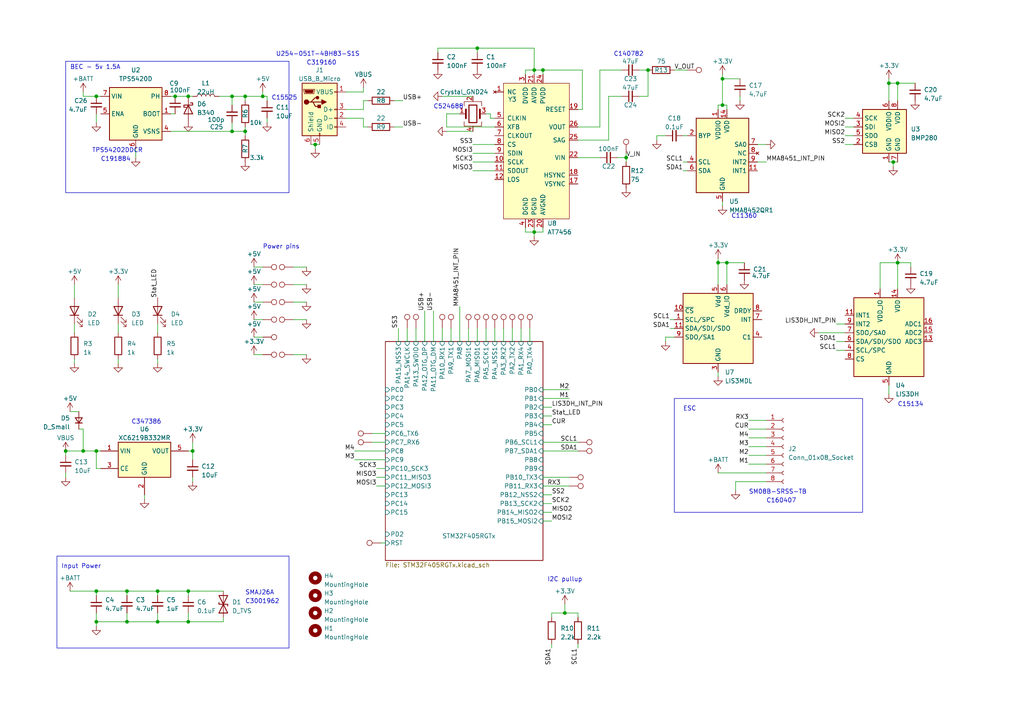
<source format=kicad_sch>
(kicad_sch (version 20230121) (generator eeschema)
  (paper "A4")
  (title_block (title "Neohertz STM32F4 Flight Controller") (date "2023-07-21") (rev "001") (company "Neohertz"))
  (junction (at 138.43 13.97))
  (junction (at 163.83 177.8))
  (junction (at 259.08 46.99))
  (junction (at 50.8 27.94))
  (junction (at 208.28 76.2))
  (junction (at 157.48 20.32))
  (junction (at 27.94 180.34))
  (junction (at 55.88 130.81))
  (junction (at 45.72 171.45))
  (junction (at 257.81 24.13))
  (junction (at 19.05 130.81))
  (junction (at 210.82 76.2))
  (junction (at 260.35 76.2))
  (junction (at 54.61 27.94))
  (junction (at 45.72 180.34))
  (junction (at 209.55 22.86))
  (junction (at 36.83 171.45))
  (junction (at 154.94 67.31))
  (junction (at 24.13 130.81))
  (junction (at 36.83 180.34))
  (junction (at 71.12 38.1))
  (junction (at 76.2 27.94))
  (junction (at 154.94 20.32))
  (junction (at 91.44 41.91))
  (junction (at 27.94 130.81))
  (junction (at 260.35 24.13))
  (junction (at 54.61 171.45))
  (junction (at 67.31 27.94))
  (junction (at 67.31 38.1))
  (junction (at 54.61 180.34))
  (junction (at 181.61 45.72))
  (junction (at 209.55 30.48))
  (junction (at 71.12 27.94))
  (junction (at 27.94 27.94))
  (junction (at 187.96 20.32))
  (junction (at 27.94 171.45))
  (wire (pts (xy 213.36 139.7) (xy 222.25 139.7)))
  (wire (pts (xy 214.63 27.94) (xy 214.63 29.21)))
  (wire (pts (xy 109.22 135.89) (xy 111.76 135.89)))
  (wire (pts (xy 67.31 27.94) (xy 67.31 30.48)))
  (wire (pts (xy 264.16 77.47) (xy 264.16 76.2)))
  (wire (pts (xy 257.81 46.99) (xy 259.08 46.99)))
  (wire (pts (xy 187.96 20.32) (xy 187.96 27.94)))
  (wire (pts (xy 138.43 13.97) (xy 138.43 15.24)))
  (wire (pts (xy 27.94 135.89) (xy 27.94 130.81)))
  (wire (pts (xy 107.95 125.73) (xy 111.76 125.73)))
  (wire (pts (xy 160.02 177.8) (xy 160.02 179.07)))
  (wire (pts (xy 129.54 38.1) (xy 137.16 38.1)))
  (wire (pts (xy 27.94 130.81) (xy 29.21 130.81)))
  (wire (pts (xy 71.12 27.94) (xy 71.12 29.21)))
  (wire (pts (xy 154.94 20.32) (xy 154.94 21.59)))
  (wire (pts (xy 217.17 127) (xy 222.25 127)))
  (wire (pts (xy 129.54 33.02) (xy 129.54 36.83)))
  (wire (pts (xy 29.21 135.89) (xy 27.94 135.89)))
  (wire (pts (xy 208.28 30.48) (xy 208.28 31.75)))
  (wire (pts (xy 123.19 90.17) (xy 123.19 99.06)))
  (wire (pts (xy 260.35 24.13) (xy 257.81 24.13)))
  (wire (pts (xy 154.94 67.31) (xy 157.48 67.31)))
  (wire (pts (xy 190.5 39.37) (xy 193.04 39.37)))
  (wire (pts (xy 45.72 177.8) (xy 45.72 180.34)))
  (wire (pts (xy 154.94 20.32) (xy 157.48 20.32)))
  (wire (pts (xy 135.89 95.25) (xy 135.89 99.06)))
  (wire (pts (xy 152.4 21.59) (xy 152.4 20.32)))
  (wire (pts (xy 208.28 107.95) (xy 208.28 109.22)))
  (wire (pts (xy 152.4 66.04) (xy 152.4 67.31)))
  (wire (pts (xy 114.3 29.21) (xy 116.84 29.21)))
  (wire (pts (xy 193.04 97.79) (xy 195.58 97.79)))
  (wire (pts (xy 102.87 130.81) (xy 111.76 130.81)))
  (wire (pts (xy 71.12 39.37) (xy 71.12 38.1)))
  (wire (pts (xy 77.47 34.29) (xy 77.47 35.56)))
  (wire (pts (xy 45.72 171.45) (xy 54.61 171.45)))
  (wire (pts (xy 198.12 49.53) (xy 199.39 49.53)))
  (wire (pts (xy 49.53 38.1) (xy 67.31 38.1)))
  (wire (pts (xy 157.48 21.59) (xy 157.48 20.32)))
  (wire (pts (xy 260.35 76.2) (xy 264.16 76.2)))
  (wire (pts (xy 55.88 130.81) (xy 55.88 133.35)))
  (wire (pts (xy 190.5 39.37) (xy 190.5 40.64)))
  (wire (pts (xy 105.41 36.83) (xy 106.68 36.83)))
  (wire (pts (xy 138.43 13.97) (xy 154.94 13.97)))
  (wire (pts (xy 64.77 179.07) (xy 64.77 180.34)))
  (wire (pts (xy 167.64 177.8) (xy 167.64 179.07)))
  (wire (pts (xy 34.29 104.14) (xy 34.29 105.41)))
  (wire (pts (xy 260.35 76.2) (xy 260.35 83.82)))
  (wire (pts (xy 257.81 24.13) (xy 257.81 29.21)))
  (wire (pts (xy 209.55 22.86) (xy 209.55 30.48)))
  (wire (pts (xy 85.09 87.63) (xy 88.9 87.63)))
  (wire (pts (xy 55.88 138.43) (xy 55.88 139.7)))
  (wire (pts (xy 54.61 130.81) (xy 55.88 130.81)))
  (wire (pts (xy 257.81 22.86) (xy 257.81 24.13)))
  (wire (pts (xy 153.67 95.25) (xy 153.67 99.06)))
  (wire (pts (xy 76.2 26.67) (xy 76.2 27.94)))
  (wire (pts (xy 45.72 171.45) (xy 45.72 172.72)))
  (wire (pts (xy 217.17 124.46) (xy 222.25 124.46)))
  (wire (pts (xy 214.63 22.86) (xy 209.55 22.86)))
  (wire (pts (xy 19.05 130.81) (xy 24.13 130.81)))
  (wire (pts (xy 168.91 31.75) (xy 168.91 20.32)))
  (wire (pts (xy 128.27 95.25) (xy 128.27 99.06)))
  (wire (pts (xy 73.66 97.79) (xy 76.2 97.79)))
  (wire (pts (xy 219.71 46.99) (xy 222.25 46.99)))
  (wire (pts (xy 105.41 31.75) (xy 100.33 31.75)))
  (wire (pts (xy 85.09 77.47) (xy 88.9 77.47)))
  (wire (pts (xy 198.12 46.99) (xy 199.39 46.99)))
  (wire (pts (xy 165.1 115.57) (xy 157.48 115.57)))
  (wire (pts (xy 140.97 95.25) (xy 140.97 99.06)))
  (wire (pts (xy 157.48 148.59) (xy 160.02 148.59)))
  (wire (pts (xy 73.66 87.63) (xy 76.2 87.63)))
  (wire (pts (xy 157.48 20.32) (xy 168.91 20.32)))
  (wire (pts (xy 245.11 34.29) (xy 247.65 34.29)))
  (wire (pts (xy 19.05 137.16) (xy 19.05 138.43)))
  (wire (pts (xy 209.55 30.48) (xy 210.82 30.48)))
  (wire (pts (xy 154.94 67.31) (xy 154.94 68.58)))
  (wire (pts (xy 140.97 33.02) (xy 142.24 33.02)))
  (wire (pts (xy 100.33 34.29) (xy 105.41 34.29)))
  (wire (pts (xy 85.09 82.55) (xy 88.9 82.55)))
  (wire (pts (xy 21.59 104.14) (xy 21.59 105.41)))
  (wire (pts (xy 157.48 143.51) (xy 160.02 143.51)))
  (wire (pts (xy 137.16 49.53) (xy 143.51 49.53)))
  (wire (pts (xy 73.66 77.47) (xy 76.2 77.47)))
  (wire (pts (xy 208.28 137.16) (xy 222.25 137.16)))
  (wire (pts (xy 193.04 99.06) (xy 193.04 97.79)))
  (wire (pts (xy 49.53 33.02) (xy 50.8 33.02)))
  (wire (pts (xy 259.08 48.26) (xy 259.08 46.99)))
  (wire (pts (xy 185.42 27.94) (xy 187.96 27.94)))
  (wire (pts (xy 137.16 41.91) (xy 143.51 41.91)))
  (wire (pts (xy 217.17 134.62) (xy 222.25 134.62)))
  (wire (pts (xy 217.17 121.92) (xy 222.25 121.92)))
  (wire (pts (xy 176.53 27.94) (xy 180.34 27.94)))
  (wire (pts (xy 105.41 29.21) (xy 105.41 31.75)))
  (wire (pts (xy 54.61 27.94) (xy 55.88 27.94)))
  (wire (pts (xy 128.27 27.94) (xy 137.16 27.94)))
  (wire (pts (xy 77.47 27.94) (xy 76.2 27.94)))
  (wire (pts (xy 152.4 67.31) (xy 154.94 67.31)))
  (wire (pts (xy 21.59 82.55) (xy 21.59 86.36)))
  (wire (pts (xy 27.94 171.45) (xy 36.83 171.45)))
  (wire (pts (xy 157.48 138.43) (xy 165.1 138.43)))
  (wire (pts (xy 45.72 180.34) (xy 54.61 180.34)))
  (wire (pts (xy 21.59 93.98) (xy 21.59 96.52)))
  (wire (pts (xy 133.35 88.9) (xy 133.35 99.06)))
  (wire (pts (xy 63.5 27.94) (xy 67.31 27.94)))
  (wire (pts (xy 85.09 92.71) (xy 88.9 92.71)))
  (wire (pts (xy 102.87 133.35) (xy 111.76 133.35)))
  (wire (pts (xy 45.72 93.98) (xy 45.72 96.52)))
  (wire (pts (xy 157.48 118.11) (xy 160.02 118.11)))
  (wire (pts (xy 22.86 119.38) (xy 20.32 119.38)))
  (wire (pts (xy 27.94 33.02) (xy 27.94 35.56)))
  (wire (pts (xy 110.49 157.48) (xy 111.76 157.48)))
  (wire (pts (xy 22.86 124.46) (xy 24.13 124.46)))
  (wire (pts (xy 242.57 93.98) (xy 245.11 93.98)))
  (wire (pts (xy 163.83 177.8) (xy 167.64 177.8)))
  (wire (pts (xy 24.13 130.81) (xy 27.94 130.81)))
  (wire (pts (xy 198.12 39.37) (xy 199.39 39.37)))
  (wire (pts (xy 255.27 76.2) (xy 260.35 76.2)))
  (wire (pts (xy 71.12 36.83) (xy 71.12 38.1)))
  (wire (pts (xy 27.94 177.8) (xy 27.94 180.34)))
  (wire (pts (xy 130.81 95.25) (xy 130.81 99.06)))
  (wire (pts (xy 219.71 41.91) (xy 222.25 41.91)))
  (wire (pts (xy 181.61 45.72) (xy 181.61 46.99)))
  (wire (pts (xy 138.43 95.25) (xy 138.43 99.06)))
  (wire (pts (xy 54.61 171.45) (xy 54.61 172.72)))
  (wire (pts (xy 167.64 36.83) (xy 173.99 36.83)))
  (wire (pts (xy 73.66 102.87) (xy 76.2 102.87)))
  (wire (pts (xy 146.05 95.25) (xy 146.05 99.06)))
  (wire (pts (xy 109.22 138.43) (xy 111.76 138.43)))
  (wire (pts (xy 215.9 76.2) (xy 210.82 76.2)))
  (wire (pts (xy 154.94 66.04) (xy 154.94 67.31)))
  (wire (pts (xy 19.05 132.08) (xy 19.05 130.81)))
  (wire (pts (xy 208.28 76.2) (xy 208.28 82.55)))
  (wire (pts (xy 77.47 27.94) (xy 77.47 29.21)))
  (wire (pts (xy 210.82 76.2) (xy 210.82 82.55)))
  (wire (pts (xy 67.31 38.1) (xy 71.12 38.1)))
  (wire (pts (xy 209.55 58.42) (xy 209.55 59.69)))
  (wire (pts (xy 199.39 20.32) (xy 195.58 20.32)))
  (wire (pts (xy 245.11 41.91) (xy 247.65 41.91)))
  (wire (pts (xy 85.09 102.87) (xy 88.9 102.87)))
  (wire (pts (xy 245.11 36.83) (xy 247.65 36.83)))
  (wire (pts (xy 129.54 36.83) (xy 143.51 36.83)))
  (wire (pts (xy 142.24 34.29) (xy 143.51 34.29)))
  (wire (pts (xy 210.82 76.2) (xy 208.28 76.2)))
  (wire (pts (xy 50.8 27.94) (xy 54.61 27.94)))
  (wire (pts (xy 160.02 186.69) (xy 160.02 187.96)))
  (wire (pts (xy 167.64 186.69) (xy 167.64 187.96)))
  (wire (pts (xy 133.35 33.02) (xy 129.54 33.02)))
  (wire (pts (xy 27.94 180.34) (xy 27.94 181.61)))
  (wire (pts (xy 168.91 31.75) (xy 167.64 31.75)))
  (wire (pts (xy 20.32 171.45) (xy 27.94 171.45)))
  (wire (pts (xy 157.48 146.05) (xy 160.02 146.05)))
  (wire (pts (xy 242.57 101.6) (xy 245.11 101.6)))
  (wire (pts (xy 217.17 132.08) (xy 222.25 132.08)))
  (wire (pts (xy 114.3 36.83) (xy 116.84 36.83)))
  (wire (pts (xy 157.48 67.31) (xy 157.48 66.04)))
  (wire (pts (xy 209.55 21.59) (xy 209.55 22.86)))
  (wire (pts (xy 27.94 171.45) (xy 27.94 172.72)))
  (wire (pts (xy 100.33 26.67) (xy 105.41 26.67)))
  (wire (pts (xy 24.13 124.46) (xy 24.13 130.81)))
  (wire (pts (xy 106.68 29.21) (xy 105.41 29.21)))
  (wire (pts (xy 49.53 27.94) (xy 50.8 27.94)))
  (wire (pts (xy 27.94 180.34) (xy 36.83 180.34)))
  (wire (pts (xy 137.16 46.99) (xy 143.51 46.99)))
  (wire (pts (xy 36.83 177.8) (xy 36.83 180.34)))
  (wire (pts (xy 245.11 39.37) (xy 247.65 39.37)))
  (wire (pts (xy 137.16 44.45) (xy 143.51 44.45)))
  (wire (pts (xy 157.48 123.19) (xy 160.02 123.19)))
  (wire (pts (xy 194.31 92.71) (xy 195.58 92.71)))
  (wire (pts (xy 148.59 95.25) (xy 148.59 99.06)))
  (wire (pts (xy 73.66 92.71) (xy 76.2 92.71)))
  (wire (pts (xy 154.94 13.97) (xy 154.94 20.32)))
  (wire (pts (xy 34.29 93.98) (xy 34.29 96.52)))
  (wire (pts (xy 187.96 20.32) (xy 185.42 20.32)))
  (wire (pts (xy 125.73 90.17) (xy 125.73 99.06)))
  (wire (pts (xy 165.1 140.97) (xy 157.48 140.97)))
  (wire (pts (xy 157.48 151.13) (xy 160.02 151.13)))
  (wire (pts (xy 34.29 82.55) (xy 34.29 86.36)))
  (wire (pts (xy 105.41 34.29) (xy 105.41 36.83)))
  (wire (pts (xy 167.64 45.72) (xy 173.99 45.72)))
  (wire (pts (xy 255.27 76.2) (xy 255.27 83.82)))
  (wire (pts (xy 127 13.97) (xy 138.43 13.97)))
  (wire (pts (xy 45.72 104.14) (xy 45.72 105.41)))
  (wire (pts (xy 109.22 140.97) (xy 111.76 140.97)))
  (wire (pts (xy 91.44 41.91) (xy 92.71 41.91)))
  (wire (pts (xy 91.44 43.18) (xy 91.44 41.91)))
  (wire (pts (xy 209.55 30.48) (xy 208.28 30.48)))
  (wire (pts (xy 210.82 30.48) (xy 210.82 31.75)))
  (wire (pts (xy 55.88 128.27) (xy 55.88 130.81)))
  (wire (pts (xy 67.31 35.56) (xy 67.31 38.1)))
  (wire (pts (xy 176.53 40.64) (xy 176.53 27.94)))
  (wire (pts (xy 217.17 129.54) (xy 222.25 129.54)))
  (wire (pts (xy 167.64 40.64) (xy 176.53 40.64)))
  (wire (pts (xy 237.49 96.52) (xy 245.11 96.52)))
  (wire (pts (xy 54.61 177.8) (xy 54.61 180.34)))
  (wire (pts (xy 54.61 180.34) (xy 64.77 180.34)))
  (wire (pts (xy 163.83 175.26) (xy 163.83 177.8)))
  (wire (pts (xy 39.37 43.18) (xy 39.37 45.72)))
  (wire (pts (xy 91.44 41.91) (xy 90.17 41.91)))
  (wire (pts (xy 127 15.24) (xy 127 13.97)))
  (wire (pts (xy 157.48 120.65) (xy 160.02 120.65)))
  (wire (pts (xy 118.11 95.25) (xy 118.11 99.06)))
  (wire (pts (xy 71.12 27.94) (xy 76.2 27.94)))
  (wire (pts (xy 167.64 130.81) (xy 157.48 130.81)))
  (wire (pts (xy 105.41 25.4) (xy 105.41 26.67)))
  (wire (pts (xy 163.83 177.8) (xy 160.02 177.8)))
  (wire (pts (xy 180.34 20.32) (xy 173.99 20.32)))
  (wire (pts (xy 36.83 180.34) (xy 45.72 180.34)))
  (wire (pts (xy 120.65 95.25) (xy 120.65 99.06)))
  (wire (pts (xy 165.1 113.03) (xy 157.48 113.03)))
  (wire (pts (xy 67.31 27.94) (xy 71.12 27.94)))
  (wire (pts (xy 265.43 24.13) (xy 260.35 24.13)))
  (wire (pts (xy 260.35 24.13) (xy 260.35 29.21)))
  (wire (pts (xy 167.64 128.27) (xy 157.48 128.27)))
  (wire (pts (xy 41.91 143.51) (xy 41.91 144.78)))
  (wire (pts (xy 179.07 45.72) (xy 181.61 45.72)))
  (wire (pts (xy 115.57 95.25) (xy 115.57 99.06)))
  (wire (pts (xy 36.83 171.45) (xy 45.72 171.45)))
  (wire (pts (xy 242.57 99.06) (xy 245.11 99.06)))
  (wire (pts (xy 24.13 26.67) (xy 24.13 27.94)))
  (wire (pts (xy 24.13 27.94) (xy 27.94 27.94)))
  (wire (pts (xy 208.28 74.93) (xy 208.28 76.2)))
  (wire (pts (xy 152.4 20.32) (xy 154.94 20.32)))
  (wire (pts (xy 259.08 46.99) (xy 260.35 46.99)))
  (wire (pts (xy 107.95 128.27) (xy 111.76 128.27)))
  (wire (pts (xy 54.61 171.45) (xy 64.77 171.45)))
  (wire (pts (xy 143.51 95.25) (xy 143.51 99.06)))
  (wire (pts (xy 27.94 27.94) (xy 29.21 27.94)))
  (wire (pts (xy 173.99 20.32) (xy 173.99 36.83)))
  (wire (pts (xy 142.24 33.02) (xy 142.24 34.29)))
  (wire (pts (xy 213.36 139.7) (xy 213.36 142.24)))
  (wire (pts (xy 257.81 111.76) (xy 257.81 114.3)))
  (wire (pts (xy 194.31 95.25) (xy 195.58 95.25)))
  (wire (pts (xy 36.83 171.45) (xy 36.83 172.72)))
  (wire (pts (xy 181.61 44.45) (xy 181.61 45.72)))
  (wire (pts (xy 73.66 82.55) (xy 76.2 82.55)))
  (wire (pts (xy 151.13 95.25) (xy 151.13 99.06)))
  (rectangle (start 16.51 161.29) (end 83.82 187.96))
  (rectangle (start 195.58 115.57) (end 250.19 148.59))
  (rectangle (start 19.05 17.78) (end 83.82 55.88))
  (text "C140782" (at 186.69 16.51 0) (effects (font (size 1.27 1.27)) (justify right bottom)))
  (text "C347386" (at 38.1 123.19 0) (effects (font (size 1.27 1.27)) (justify left bottom)))
  (text "ESC" (at 198.12 119.38 0) (effects (font (size 1.27 1.27)) (justify left bottom)))
  (text "C160407" (at 222.25 146.05 0) (effects (font (size 1.27 1.27)) (justify left bottom)))
  (text "SMAJ26A" (at 71.12 172.72 0) (effects (font (size 1.27 1.27)) (justify left bottom)))
  (text "TPS54202DDCR" (at 26.67 44.45 0) (effects (font (size 1.27 1.27)) (justify left bottom)))
  (text "C15525" (at 78.74 29.21 0) (effects (font (size 1.27 1.27)) (justify left bottom)))
  (text "BEC - 5v 1.5A" (at 20.32 20.32 0) (effects (font (size 1.27 1.27)) (justify left bottom)))
  (text "I2C pullup" (at 158.75 168.91 0) (effects (font (size 1.27 1.27)) (justify left bottom)))
  (text "C191884" (at 29.21 46.99 0) (effects (font (size 1.27 1.27)) (justify left bottom)))
  (text "Input Power" (at 17.78 165.1 0) (effects (font (size 1.27 1.27)) (justify left bottom)))
  (text "C524688" (at 125.73 31.75 0) (effects (font (size 1.27 1.27)) (justify left bottom)))
  (text "C3001962" (at 71.12 175.26 0) (effects (font (size 1.27 1.27)) (justify left bottom)))
  (text "U254-051T-4BH83-S1S" (at 80.01 16.51 0) (effects (font (size 1.27 1.27)) (justify left bottom)))
  (text "SM08B-SRSS-TB\n" (at 217.17 143.51 0) (effects (font (size 1.27 1.27)) (justify left bottom)))
  (text "C319160" (at 88.9 19.05 0) (effects (font (size 1.27 1.27)) (justify left bottom)))
  (text "Power pins\n" (at 76.2 72.39 0) (effects (font (size 1.27 1.27)) (justify left bottom)))
  (text "C15134" (at 260.35 118.11 0) (effects (font (size 1.27 1.27)) (justify left bottom)))
  (text "C11360" (at 212.09 63.5 0) (effects (font (size 1.27 1.27)) (justify left bottom)))
  (label "MOSI2" (at 160.02 151.13 0))
  (label "V_IN" (at 181.61 45.72 0))
  (label "CUR" (at 217.17 124.46 180))
  (label "MMA8451_INT_PIN" (at 133.35 88.9 90))
  (label "MOSI3" (at 109.22 140.97 180))
  (label "Stat_LED" (at 45.72 86.36 90))
  (label "SCL1" (at 198.12 46.99 180))
  (label "MISO2" (at 160.02 148.59 0))
  (label "SS2" (at 245.11 41.91 180))
  (label "SDA1" (at 198.12 49.53 180))
  (label "SDA1" (at 242.57 99.06 180))
  (label "SCL1" (at 162.56 128.27 0))
  (label "SCK3" (at 109.22 135.89 180))
  (label "SCL1" (at 167.64 187.96 270))
  (label "M3" (at 217.17 129.54 180))
  (label "USB+" (at 123.19 90.17 90))
  (label "SDA1" (at 194.31 95.25 180))
  (label "LIS3DH_INT_PIN" (at 160.02 118.11 0))
  (label "MOSI3" (at 137.16 44.45 180))
  (label "LIS3DH_INT_PIN" (at 242.57 93.98 180))
  (label "SCL1" (at 194.31 92.71 180))
  (label "M2" (at 165.1 113.03 180))
  (label "USB-" (at 125.73 90.17 90))
  (label "SDA1" (at 162.56 130.81 0))
  (label "USB-" (at 116.84 36.83 0))
  (label "SCK3" (at 137.16 46.99 180))
  (label "CUR" (at 160.02 123.19 0))
  (label "M2" (at 217.17 132.08 180))
  (label "RX3" (at 158.75 140.97 0))
  (label "M4" (at 217.17 127 180))
  (label "M3" (at 102.87 133.35 180))
  (label "SS3" (at 115.57 95.25 90))
  (label "RX3" (at 217.17 121.92 180))
  (label "Stat_LED" (at 160.02 120.65 0))
  (label "SS3" (at 137.16 41.91 180))
  (label "SCK2" (at 160.02 146.05 0))
  (label "M1" (at 165.1 115.57 180))
  (label "M4" (at 102.87 130.81 180))
  (label "MISO3" (at 109.22 138.43 180))
  (label "SCL1" (at 242.57 101.6 180))
  (label "SCK2" (at 245.11 34.29 180))
  (label "V_OUT" (at 195.58 20.32 0))
  (label "USB+" (at 116.84 29.21 0))
  (label "MOSI2" (at 245.11 36.83 180))
  (label "M1" (at 217.17 134.62 180))
  (label "MISO2" (at 245.11 39.37 180))
  (label "MISO3" (at 137.16 49.53 180))
  (label "SDA1" (at 160.02 187.96 270))
  (label "MMA8451_INT_PIN" (at 222.25 46.99 0))
  (label "SS2" (at 160.02 143.51 0))
  (symbol (lib_id "power:+5V") (at 76.2 26.67 0) (unit 1)
    (property "Reference" "#PWR016" (effects hide))
    (property "Value" "+5V" (at 76.2 22.86 0))
  )
  (symbol (lib_id "power:GND") (at 264.16 82.55 0) (unit 1)
    (property "Reference" "#PWR053" (effects hide))
    (property "Value" "GND" (effects hide))
  )
  (symbol (lib_id "general_parts:MMA8452") (at 209.55 41.91 0) (unit 1)
    (property "Reference" "U5" (at 211.5059 58.42 0) (effects (justify left)))
    (property "Value" "MMA8452QR1" (at 211.5059 60.96 0) (effects (justify left)))
    (property "Footprint" "MMA8452Q:QFN-16_0.5MM" (effects hide))
    (property "Datasheet" "https://www.nxp.com/docs/en/data-sheet/MMA8653FC.pdf" (effects hide))
  )
  (symbol (lib_id "Device:LED") (at 21.59 90.17 90) (unit 1)
    (property "Reference" "D2" (at 25.4 91.1225 90) (effects (justify right)))
    (property "Value" "LED" (at 25.4 93.6625 90) (effects (justify right)))
    (property "Footprint" "LED_SMD:LED_0402_1005Metric" (effects hide))
  )
  (symbol (lib_id "power:VBUS") (at 19.05 130.81 0) (unit 1)
    (property "Reference" "#PWR032" (effects hide))
    (property "Value" "VBUS" (at 19.05 127 0))
  )
  (symbol (lib_id "power:+3.3V") (at 73.66 102.87 0) (unit 1)
    (property "Reference" "#PWR037" (effects hide))
    (property "Value" "+3.3V" (at 73.66 99.06 0))
  )
  (symbol (lib_id "power:+3.3V") (at 34.29 82.55 0) (unit 1)
    (property "Reference" "#PWR020" (effects hide))
    (property "Value" "+3.3V" (at 34.29 78.74 0))
  )
  (symbol (lib_id "Device:C_Small") (at 67.31 33.02 180) (unit 1)
    (property "Reference" "C25" (at 64.77 36.83 0) (effects (justify left)))
    (property "Value" "100p" (at 65.1539 34.7154 0) (effects (justify left)))
    (property "Footprint" "Capacitor_SMD:C_0402_1005Metric_Pad0.74x0.62mm_HandSolder" (effects hide))
    (property "LCSC" "C3018525" (effects hide))
  )
  (symbol (lib_id "Connector:TestPoint") (at 107.95 128.27 90) (unit 1)
    (property "Reference" "TP15" (effects hide))
    (property "Value" "TestPoint" (effects hide))
    (property "Footprint" "Library:SolderPad_2.5x2.5" (effects hide))
  )
  (symbol (lib_id "Device:C_Small") (at 182.88 20.32 90) (unit 1)
    (property "Reference" "C23" (at 182.88 22.86 90))
    (property "Value" "47uF" (at 182.88 17.78 90))
    (property "Footprint" "Capacitor_SMD:C_0603_1608Metric_Pad1.08x0.95mm_HandSolder" (effects hide))
  )
  (symbol (lib_id "power:GND") (at 27.94 181.61 0) (unit 1)
    (property "Reference" "#PWR09" (effects hide))
    (property "Value" "GND" (effects hide))
  )
  (symbol (lib_id "power:+5V") (at 20.32 119.38 0) (unit 1)
    (property "Reference" "#PWR030" (effects hide))
    (property "Value" "+5V" (at 20.32 115.57 0))
  )
  (symbol (lib_id "Regulator_Linear:XC6210B332MR") (at 41.91 133.35 0) (unit 1)
    (property "Reference" "U6" (at 41.91 124.46 0))
    (property "Value" "XC6219B332MR" (at 41.91 127 0))
    (property "Footprint" "Package_TO_SOT_SMD:SOT-23-5" (effects hide))
    (property "Datasheet" "https://www.torexsemi.com/file/xc6210/XC6210.pdf" (effects hide))
  )
  (symbol (lib_id "Device:C_Small") (at 182.88 27.94 90) (unit 1)
    (property "Reference" "C24" (at 182.88 30.48 90))
    (property "Value" "47uF" (at 182.88 25.4 90))
    (property "Footprint" "Capacitor_SMD:C_0603_1608Metric_Pad1.08x0.95mm_HandSolder" (effects hide))
  )
  (symbol (lib_id "power:GND") (at 213.36 142.24 0) (unit 1)
    (property "Reference" "#PWR011" (effects hide))
    (property "Value" "GND" (effects hide))
  )
  (symbol (lib_id "power:GND") (at 45.72 105.41 0) (unit 1)
    (property "Reference" "#PWR023" (effects hide))
    (property "Value" "GND" (effects hide))
  )
  (symbol (lib_id "power:GND") (at 129.54 38.1 270) (unit 1)
    (property "Reference" "#PWR068" (effects hide))
    (property "Value" "GND" (effects hide))
  )
  (symbol (lib_id "power:+5V") (at 73.66 77.47 0) (unit 1)
    (property "Reference" "#PWR036" (effects hide))
    (property "Value" "+5V" (at 73.66 73.66 0))
  )
  (symbol (lib_id "Connector:TestPoint") (at 167.64 128.27 270) (unit 1)
    (property "Reference" "TP11" (effects hide))
    (property "Value" "TestPoint" (effects hide))
    (property "Footprint" "Library:SolderPad_2.5x2.5" (effects hide))
  )
  (symbol (lib_id "Connector:TestPoint") (at 76.2 87.63 270) (unit 1)
    (property "Reference" "TP20" (effects hide))
    (property "Value" "TestPoint" (effects hide))
    (property "Footprint" "Library:SolderPad_2.5x2.5" (effects hide))
  )
  (symbol (lib_id "Device:C_Small") (at 27.94 30.48 0) (mirror y) (unit 1)
    (property "Reference" "C26" (at 25.4 29.2163 0) (effects (justify left)))
    (property "Value" "4.7uF" (at 25.4 31.7563 0) (effects (justify left)))
    (property "Footprint" "Capacitor_SMD:C_0805_2012Metric" (effects hide))
  )
  (symbol (lib_id "power:GND") (at 193.04 99.06 0) (unit 1)
    (property "Reference" "#PWR060" (effects hide))
    (property "Value" "GND" (effects hide))
  )
  (symbol (lib_id "power:GND") (at 27.94 35.56 0) (unit 1)
    (property "Reference" "#PWR013" (effects hide))
    (property "Value" "GND" (effects hide))
  )
  (symbol (lib_id "Diode:B340") (at 54.61 31.75 270) (unit 1)
    (property "Reference" "D6" (at 57.15 30.1625 90) (effects (justify left)))
    (property "Value" "B340" (at 57.15 32.7025 90) (effects (justify left)))
    (property "Footprint" "Diode_SMD:D_SMA" (effects hide))
    (property "Datasheet" "http://www.jameco.com/Jameco/Products/ProdDS/1538777.pdf" (effects hide))
    (property "LCSC" "C3018525" (effects hide))
  )
  (symbol (lib_id "Connector:TestPoint") (at 85.09 102.87 90) (unit 1)
    (property "Reference" "TP22" (effects hide))
    (property "Value" "TestPoint" (effects hide))
    (property "Footprint" "Library:SolderPad_2.5x2.5" (effects hide))
  )
  (symbol (lib_id "power:GND") (at 259.08 48.26 0) (unit 1)
    (property "Reference" "#PWR026" (effects hide))
    (property "Value" "GND" (effects hide))
  )
  (symbol (lib_id "Device:C_Small") (at 27.94 175.26 0) (unit 1)
    (property "Reference" "C4" (at 30.48 173.9963 0) (effects (justify left)))
    (property "Value" "4.7uF" (at 30.48 176.5363 0) (effects (justify left)))
    (property "Footprint" "Capacitor_SMD:C_0805_2012Metric" (effects hide))
  )
  (symbol (lib_id "Connector:TestPoint") (at 130.81 95.25 0) (unit 1)
    (property "Reference" "TP2" (effects hide))
    (property "Value" "TestPoint" (effects hide))
    (property "Footprint" "Library:SolderPad_2.5x2.5" (effects hide))
  )
  (symbol (lib_id "power:GND") (at 214.63 29.21 0) (unit 1)
    (property "Reference" "#PWR049" (effects hide))
    (property "Value" "GND" (effects hide))
  )
  (symbol (lib_id "Connector:USB_B_Micro") (at 92.71 31.75 0) (unit 1)
    (property "Reference" "J1" (at 92.71 20.32 0))
    (property "Value" "USB_B_Micro" (at 92.71 22.86 0))
    (property "Footprint" "Connector_USB:USB_Micro-B_XKB_U254-051T-4BH83-F1S" (effects hide))
  )
  (symbol (lib_id "Device:R") (at 160.02 182.88 180) (unit 1)
    (property "Reference" "R10" (at 162.56 182.245 0) (effects (justify right)))
    (property "Value" "2.2k" (at 162.56 184.785 0) (effects (justify right)))
    (property "Footprint" "Resistor_SMD:R_0402_1005Metric_Pad0.72x0.64mm_HandSolder" (effects hide))
  )
  (symbol (lib_id "Connector:TestPoint") (at 135.89 95.25 0) (unit 1)
    (property "Reference" "TP3" (effects hide))
    (property "Value" "TestPoint" (effects hide))
    (property "Footprint" "Library:SolderPad_2.5x2.5" (effects hide))
  )
  (symbol (lib_id "Device:C_Small") (at 176.53 45.72 90) (unit 1)
    (property "Reference" "C22" (at 176.53 48.26 90))
    (property "Value" "100nF" (at 176.53 43.18 90))
    (property "Footprint" "Capacitor_SMD:C_0402_1005Metric_Pad0.74x0.62mm_HandSolder" (effects hide))
  )
  (symbol (lib_id "Device:C_Small") (at 19.05 134.62 0) (unit 1)
    (property "Reference" "C13" (at 21.59 133.9913 0) (effects (justify left)))
    (property "Value" "10uF" (at 21.59 136.5313 0) (effects (justify left)))
    (property "Footprint" "Capacitor_SMD:C_0402_1005Metric_Pad0.74x0.62mm_HandSolder" (effects hide))
  )
  (symbol (lib_id "power:+3.3V") (at 260.35 76.2 0) (unit 1)
    (property "Reference" "#PWR054" (effects hide))
    (property "Value" "+3.3V" (at 260.35 72.39 0))
  )
  (symbol (lib_id "power:GND") (at 138.43 20.32 0) (unit 1)
    (property "Reference" "#PWR065" (effects hide))
    (property "Value" "GND" (effects hide))
  )
  (symbol (lib_id "power:GND") (at 77.47 35.56 0) (unit 1)
    (property "Reference" "#PWR017" (effects hide))
    (property "Value" "GND" (effects hide))
  )
  (symbol (lib_id "Device:R") (at 110.49 36.83 270) (unit 1)
    (property "Reference" "R9" (at 110.49 36.83 90))
    (property "Value" "22" (at 110.49 34.29 90))
    (property "Footprint" "Resistor_SMD:R_0402_1005Metric_Pad0.72x0.64mm_HandSolder" (effects hide))
  )
  (symbol (lib_id "power:GND") (at 154.94 68.58 0) (unit 1)
    (property "Reference" "#PWR064" (effects hide))
    (property "Value" "GND" (effects hide))
  )
  (symbol (lib_id "Device:D_TVS") (at 64.77 175.26 90) (unit 1)
    (property "Reference" "D1" (at 67.31 174.625 90) (effects (justify right)))
    (property "Value" "D_TVS" (at 67.31 177.165 90) (effects (justify right)))
    (property "Footprint" "Diode_SMD:D_SMA" (effects hide))
  )
  (symbol (lib_id "Connector:TestPoint") (at 148.59 95.25 0) (unit 1)
    (property "Reference" "TP8" (effects hide))
    (property "Value" "TestPoint" (effects hide))
    (property "Footprint" "Library:SolderPad_2.5x2.5" (effects hide))
  )
  (symbol (lib_id "Connector:TestPoint") (at 120.65 95.25 0) (unit 1)
    (property "Reference" "TP30" (effects hide))
    (property "Value" "TestPoint" (effects hide))
    (property "Footprint" "Library:SolderPad_2.5x2.5" (effects hide))
  )
  (symbol (lib_id "power:+BATT") (at 208.28 137.16 0) (unit 1)
    (property "Reference" "#PWR010" (effects hide))
    (property "Value" "+BATT" (at 208.28 133.35 0))
  )
  (symbol (lib_id "Device:C_Small") (at 265.43 26.67 0) (unit 1)
    (property "Reference" "C20" (at 267.97 26.0413 0) (effects (justify left)))
    (property "Value" "4.7uF" (at 267.97 28.5813 0) (effects (justify left)))
    (property "Footprint" "Capacitor_SMD:C_0402_1005Metric_Pad0.74x0.62mm_HandSolder" (effects hide))
  )
  (symbol (lib_id "power:GND") (at 208.28 109.22 0) (unit 1)
    (property "Reference" "#PWR057" (effects hide))
    (property "Value" "GND" (effects hide))
  )
  (symbol (lib_id "Connector:TestPoint") (at 85.09 77.47 90) (unit 1)
    (property "Reference" "TP21" (effects hide))
    (property "Value" "TestPoint" (effects hide))
    (property "Footprint" "Library:SolderPad_2.5x2.5" (effects hide))
  )
  (symbol (lib_id "Device:C_Small") (at 214.63 25.4 0) (unit 1)
    (property "Reference" "C17" (at 217.17 24.7713 0) (effects (justify left)))
    (property "Value" "4.7uF" (at 217.17 27.3113 0) (effects (justify left)))
    (property "Footprint" "Capacitor_SMD:C_0402_1005Metric_Pad0.74x0.62mm_HandSolder" (effects hide))
  )
  (symbol (lib_id "Device:C_Small") (at 138.43 17.78 0) (unit 1)
    (property "Reference" "C1" (at 140.97 16.5163 0) (effects (justify left)))
    (property "Value" "100nF" (at 140.97 19.0563 0) (effects (justify left)))
    (property "Footprint" "Capacitor_SMD:C_0402_1005Metric_Pad0.74x0.62mm_HandSolder" (effects hide))
  )
  (symbol (lib_id "Connector:TestPoint") (at 76.2 102.87 270) (unit 1)
    (property "Reference" "TP18" (effects hide))
    (property "Value" "TestPoint" (effects hide))
    (property "Footprint" "Library:SolderPad_2.5x2.5" (effects hide))
  )
  (symbol (lib_id "Device:LED") (at 45.72 90.17 90) (unit 1)
    (property "Reference" "D4" (at 49.53 91.1225 90) (effects (justify right)))
    (property "Value" "LED" (at 49.53 93.6625 90) (effects (justify right)))
    (property "Footprint" "LED_SMD:LED_0402_1005Metric" (effects hide))
  )
  (symbol (lib_id "power:GND") (at 54.61 35.56 0) (unit 1)
    (property "Reference" "#PWR070" (effects hide))
    (property "Value" "GND" (effects hide))
  )
  (symbol (lib_id "Device:R") (at 71.12 43.18 0) (unit 1)
    (property "Reference" "R7" (at 71.12 44.45 90) (effects (justify left)))
    (property "Value" "3.3k" (at 72.39 45.72 0) (effects (justify left)))
    (property "Footprint" "Resistor_SMD:R_0402_1005Metric_Pad0.72x0.64mm_HandSolder" (effects hide))
  )
  (symbol (lib_id "power:GND") (at 88.9 82.55 0) (unit 1)
    (property "Reference" "#PWR042" (effects hide))
    (property "Value" "GND" (effects hide))
  )
  (symbol (lib_id "power:GND") (at 88.9 92.71 0) (unit 1)
    (property "Reference" "#PWR056" (effects hide))
    (property "Value" "GND" (effects hide))
  )
  (symbol (lib_id "Device:LED") (at 34.29 90.17 90) (unit 1)
    (property "Reference" "D3" (at 38.1 91.1225 90) (effects (justify right)))
    (property "Value" "LED" (at 38.1 93.6625 90) (effects (justify right)))
    (property "Footprint" "LED_SMD:LED_0402_1005Metric" (effects hide))
  )
  (symbol (lib_id "Mechanical:MountingHole") (at 91.44 177.8 0) (unit 1)
    (property "Reference" "H2" (at 93.98 177.165 0) (effects (justify left)))
    (property "Value" "MountingHole" (at 93.98 179.705 0) (effects (justify left)))
    (property "Footprint" "MountingHole:MountingHole_3.2mm_M3" (effects hide))
  )
  (symbol (lib_id "Connector:TestPoint") (at 146.05 95.25 0) (unit 1)
    (property "Reference" "TP7" (effects hide))
    (property "Value" "TestPoint" (effects hide))
    (property "Footprint" "Library:SolderPad_2.5x2.5" (effects hide))
  )
  (symbol (lib_id "power:+5V") (at 73.66 82.55 0) (unit 1)
    (property "Reference" "#PWR038" (effects hide))
    (property "Value" "+5V" (at 73.66 78.74 0))
  )
  (symbol (lib_id "Connector:TestPoint") (at 76.2 92.71 270) (unit 1)
    (property "Reference" "TP26" (effects hide))
    (property "Value" "TestPoint" (effects hide))
    (property "Footprint" "Library:SolderPad_2.5x2.5" (effects hide))
  )
  (symbol (lib_id "Sensor_Motion:LIS3DH") (at 257.81 96.52 0) (unit 1)
    (property "Reference" "U4" (at 259.7659 111.76 0) (effects (justify left)))
    (property "Value" "LIS3DH" (at 259.7659 114.3 0) (effects (justify left)))
    (property "Footprint" "Package_LGA:LGA-16_3x3mm_P0.5mm_LayoutBorder3x5y" (effects hide))
    (property "Datasheet" "https://www.st.com/resource/en/datasheet/cd00274221.pdf" (effects hide))
  )
  (symbol (lib_id "Device:C_Small") (at 45.72 175.26 0) (unit 1)
    (property "Reference" "C5" (at 48.26 173.9963 0) (effects (justify left)))
    (property "Value" "1uF" (at 48.26 176.5363 0) (effects (justify left)))
    (property "Footprint" "Capacitor_SMD:C_0603_1608Metric" (effects hide))
  )
  (symbol (lib_id "power:GND") (at 181.61 54.61 0) (unit 1)
    (property "Reference" "#PWR067" (effects hide))
    (property "Value" "GND" (effects hide))
  )
  (symbol (lib_id "power:GND") (at 55.88 139.7 0) (unit 1)
    (property "Reference" "#PWR028" (effects hide))
    (property "Value" "GND" (effects hide))
  )
  (symbol (lib_id "power:+5V") (at 73.66 92.71 0) (unit 1)
    (property "Reference" "#PWR055" (effects hide))
    (property "Value" "+5V" (at 73.66 88.9 0))
  )
  (symbol (lib_id "Connector:TestPoint") (at 165.1 140.97 270) (unit 1)
    (property "Reference" "TP14" (effects hide))
    (property "Value" "TestPoint" (effects hide))
    (property "Footprint" "Library:SolderPad_2.5x2.5" (effects hide))
  )
  (symbol (lib_id "Device:C_Small") (at 77.47 31.75 0) (unit 1)
    (property "Reference" "C11" (at 80.01 31.1213 0) (effects (justify left)))
    (property "Value" "10uF" (at 80.01 33.6613 0) (effects (justify left)))
    (property "Footprint" "Capacitor_SMD:C_0402_1005Metric_Pad0.74x0.62mm_HandSolder" (effects hide))
  )
  (symbol (lib_id "power:GND") (at 34.29 105.41 0) (unit 1)
    (property "Reference" "#PWR022" (effects hide))
    (property "Value" "GND" (effects hide))
  )
  (symbol (lib_id "power:GND") (at 215.9 81.28 0) (unit 1)
    (property "Reference" "#PWR062" (effects hide))
    (property "Value" "GND" (effects hide))
  )
  (symbol (lib_id "Connector:TestPoint") (at 165.1 138.43 270) (unit 1)
    (property "Reference" "TP13" (effects hide))
    (property "Value" "TestPoint" (effects hide))
    (property "Footprint" "Library:SolderPad_2.5x2.5" (effects hide))
  )
  (symbol (lib_id "power:GND") (at 222.25 41.91 90) (unit 1)
    (property "Reference" "#PWR051" (effects hide))
    (property "Value" "GND" (effects hide))
  )
  (symbol (lib_id "Connector:TestPoint") (at 85.09 92.71 90) (unit 1)
    (property "Reference" "TP27" (effects hide))
    (property "Value" "TestPoint" (effects hide))
    (property "Footprint" "Library:SolderPad_2.5x2.5" (effects hide))
  )
  (symbol (lib_id "Connector:TestPoint") (at 167.64 130.81 270) (unit 1)
    (property "Reference" "TP12" (effects hide))
    (property "Value" "TestPoint" (effects hide))
    (property "Footprint" "Library:SolderPad_2.5x2.5" (effects hide))
  )
  (symbol (lib_id "Device:C_Small") (at 50.8 30.48 0) (unit 1)
    (property "Reference" "C9" (at 49.1095 24.1918 0) (effects (justify left)))
    (property "Value" "100nF" (at 49.227 26.1311 0) (effects (justify left)))
    (property "Footprint" "Capacitor_SMD:C_0402_1005Metric_Pad0.74x0.62mm_HandSolder" (effects hide))
  )
  (symbol (lib_id "Connector:Conn_01x08_Socket") (at 227.33 129.54 0) (unit 1)
    (property "Reference" "J2" (at 228.6 130.175 0) (effects (justify left)))
    (property "Value" "Conn_01x08_Socket" (at 228.6 132.715 0) (effects (justify left)))
    (property "Footprint" "Connector_JST:JST_SH_SM08B-SRSS-TB_1x08-1MP_P1.00mm_Horizontal" (effects hide))
  )
  (symbol (lib_id "Device:C_Small") (at 54.61 175.26 0) (unit 1)
    (property "Reference" "C6" (at 57.15 174.6313 0) (effects (justify left)))
    (property "Value" "0.1uF" (at 57.15 177.1713 0) (effects (justify left)))
    (property "Footprint" "Capacitor_SMD:C_0603_1608Metric" (effects hide))
  )
  (symbol (lib_id "Connector:TestPoint") (at 199.39 20.32 270) (unit 1)
    (property "Reference" "TP32" (effects hide))
    (property "Value" "TestPoint" (effects hide))
    (property "Footprint" "Library:SolderPad_2.5x2.5" (effects hide))
  )
  (symbol (lib_id "Connector:TestPoint") (at 76.2 97.79 270) (unit 1)
    (property "Reference" "TP28" (effects hide))
    (property "Value" "TestPoint" (effects hide))
    (property "Footprint" "Library:SolderPad_2.5x2.5" (effects hide))
  )
  (symbol (lib_id "Connector:TestPoint") (at 76.2 82.55 270) (unit 1)
    (property "Reference" "TP19" (effects hide))
    (property "Value" "TestPoint" (effects hide))
    (property "Footprint" "Library:SolderPad_2.5x2.5" (effects hide))
  )
  (symbol (lib_id "Device:C_Small") (at 195.58 39.37 90) (unit 1)
    (property "Reference" "C18" (at 195.5863 34.29 90))
    (property "Value" "0.1uF" (at 195.5863 36.83 90))
    (property "Footprint" "Capacitor_SMD:C_0402_1005Metric_Pad0.74x0.62mm_HandSolder" (effects hide))
  )
  (symbol (lib_id "power:+BATT") (at 20.32 171.45 0) (unit 1)
    (property "Reference" "#PWR08" (effects hide))
    (property "Value" "+BATT" (at 20.32 167.64 0))
  )
  (symbol (lib_id "power:GND") (at 19.05 138.43 0) (unit 1)
    (property "Reference" "#PWR029" (effects hide))
    (property "Value" "GND" (effects hide))
  )
  (symbol (lib_id "Connector:TestPoint") (at 140.97 95.25 0) (unit 1)
    (property "Reference" "TP5" (effects hide))
    (property "Value" "TestPoint" (effects hide))
    (property "Footprint" "Library:SolderPad_2.5x2.5" (effects hide))
  )
  (symbol (lib_id "general_parts:AT7456") (at 154.94 34.29 0) (unit 1)
    (property "Reference" "U8" (at 158.75 64.77 0) (effects (justify left)))
    (property "Value" "AT7456" (at 158.75 67.31 0) (effects (justify left)))
    (property "Footprint" "Package_SO:TSSOP-28_4.4x9.7mm_P0.65mm" (effects hide))
  )
  (symbol (lib_id "power:GND") (at 265.43 29.21 0) (unit 1)
    (property "Reference" "#PWR058" (effects hide))
    (property "Value" "GND" (effects hide))
  )
  (symbol (lib_id "Connector:TestPoint") (at 85.09 82.55 90) (unit 1)
    (property "Reference" "TP23" (effects hide))
    (property "Value" "TestPoint" (effects hide))
    (property "Footprint" "Library:SolderPad_2.5x2.5" (effects hide))
  )
  (symbol (lib_id "power:GND") (at 21.59 105.41 0) (unit 1)
    (property "Reference" "#PWR021" (effects hide))
    (property "Value" "GND" (effects hide))
  )
  (symbol (lib_id "Device:Crystal_GND24") (at 137.16 33.02 0) (unit 1)
    (property "Reference" "Y3" (at 148.59 28.8291 0))
    (property "Value" "Crystal_GND24" (at 134.62 26.67 0))
    (property "Footprint" "Crystal:Crystal_SMD_2016-4Pin_2.0x1.6mm" (effects hide))
  )
  (symbol (lib_id "Connector:TestPoint") (at 76.2 77.47 270) (unit 1)
    (property "Reference" "TP17" (effects hide))
    (property "Value" "TestPoint" (effects hide))
    (property "Footprint" "Library:SolderPad_2.5x2.5" (effects hide))
  )
  (symbol (lib_id "Device:C_Small") (at 215.9 78.74 0) (unit 1)
    (property "Reference" "C21" (at 218.44 78.1113 0) (effects (justify left)))
    (property "Value" "4.7uF" (at 223.52 80.01 0) (effects (justify right)))
    (property "Footprint" "Capacitor_SMD:C_0402_1005Metric_Pad0.74x0.62mm_HandSolder" (effects hide))
  )
  (symbol (lib_id "Device:R") (at 167.64 182.88 180) (unit 1)
    (property "Reference" "R11" (at 170.18 182.245 0) (effects (justify right)))
    (property "Value" "2.2k" (at 170.18 184.785 0) (effects (justify right)))
    (property "Footprint" "Resistor_SMD:R_0402_1005Metric_Pad0.72x0.64mm_HandSolder" (effects hide))
  )
  (symbol (lib_id "power:+3.3V") (at 163.83 175.26 0) (unit 1)
    (property "Reference" "#PWR035" (effects hide))
    (property "Value" "+3.3V" (at 163.83 171.45 0))
  )
  (symbol (lib_id "power:+5V") (at 73.66 87.63 0) (unit 1)
    (property "Reference" "#PWR039" (effects hide))
    (property "Value" "+5V" (at 73.66 83.82 0))
  )
  (symbol (lib_id "power:VBUS") (at 105.41 25.4 0) (unit 1)
    (property "Reference" "#PWR025" (effects hide))
    (property "Value" "VBUS" (at 105.41 21.59 0))
  )
  (symbol (lib_id "Device:R") (at 45.72 100.33 0) (unit 1)
    (property "Reference" "R5" (at 48.26 99.695 0) (effects (justify left)))
    (property "Value" "1k" (at 48.26 102.235 0) (effects (justify left)))
    (property "Footprint" "Resistor_SMD:R_0402_1005Metric_Pad0.72x0.64mm_HandSolder" (effects hide))
  )
  (symbol (lib_id "Connector:TestPoint") (at 118.11 95.25 0) (unit 1)
    (property "Reference" "TP29" (effects hide))
    (property "Value" "TestPoint" (effects hide))
    (property "Footprint" "Library:SolderPad_2.5x2.5" (effects hide))
  )
  (symbol (lib_id "power:GND") (at 91.44 43.18 0) (unit 1)
    (property "Reference" "#PWR024" (effects hide))
    (property "Value" "GND" (effects hide))
  )
  (symbol (lib_id "power:GND") (at 88.9 102.87 0) (unit 1)
    (property "Reference" "#PWR041" (effects hide))
    (property "Value" "GND" (effects hide))
  )
  (symbol (lib_id "power:GND") (at 190.5 40.64 0) (unit 1)
    (property "Reference" "#PWR048" (effects hide))
    (property "Value" "GND" (effects hide))
  )
  (symbol (lib_id "Mechanical:MountingHole") (at 91.44 167.64 0) (unit 1)
    (property "Reference" "H4" (at 93.98 167.005 0) (effects (justify left)))
    (property "Value" "MountingHole" (at 93.98 169.545 0) (effects (justify left)))
    (property "Footprint" "MountingHole:MountingHole_3.2mm_M3" (effects hide))
  )
  (symbol (lib_id "power:+BATT") (at 24.13 26.67 0) (unit 1)
    (property "Reference" "#PWR015" (effects hide))
    (property "Value" "+BATT" (at 24.13 22.86 0))
  )
  (symbol (lib_id "power:GND") (at 128.27 27.94 270) (unit 1)
    (property "Reference" "#PWR069" (effects hide))
    (property "Value" "GND" (effects hide))
  )
  (symbol (lib_id "power:+5V") (at 73.66 97.79 0) (unit 1)
    (property "Reference" "#PWR063" (effects hide))
    (property "Value" "+5V" (at 73.66 93.98 0))
  )
  (symbol (lib_id "power:GND") (at 71.12 46.99 0) (unit 1)
    (property "Reference" "#PWR018" (effects hide))
    (property "Value" "GND" (effects hide))
  )
  (symbol (lib_id "Device:L") (at 59.69 27.94 90) (unit 1)
    (property "Reference" "L1" (at 59.69 24.13 90))
    (property "Value" "22uH" (at 59.69 26.67 90))
    (property "Footprint" "Inductor_SMD:L_Vishay_IFSC-1515AH_4x4x1.8mm" (effects hide))
  )
  (symbol (lib_id "power:GND") (at 127 20.32 0) (unit 1)
    (property "Reference" "#PWR066" (effects hide))
    (property "Value" "GND" (effects hide))
  )
  (symbol (lib_id "Device:R") (at 21.59 100.33 0) (unit 1)
    (property "Reference" "R3" (at 24.13 99.695 0) (effects (justify left)))
    (property "Value" "1k" (at 24.13 102.235 0) (effects (justify left)))
    (property "Footprint" "Resistor_SMD:R_0402_1005Metric_Pad0.72x0.64mm_HandSolder" (effects hide))
  )
  (symbol (lib_id "Device:R") (at 34.29 100.33 0) (unit 1)
    (property "Reference" "R4" (at 36.83 99.695 0) (effects (justify left)))
    (property "Value" "1k" (at 36.83 102.235 0) (effects (justify left)))
    (property "Footprint" "Resistor_SMD:R_0402_1005Metric_Pad0.72x0.64mm_HandSolder" (effects hide))
  )
  (symbol (lib_id "Connector:TestPoint") (at 85.09 87.63 90) (unit 1)
    (property "Reference" "TP24" (effects hide))
    (property "Value" "TestPoint" (effects hide))
    (property "Footprint" "Library:SolderPad_2.5x2.5" (effects hide))
  )
  (symbol (lib_id "power:+3.3V") (at 257.81 22.86 0) (unit 1)
    (property "Reference" "#PWR059" (effects hide))
    (property "Value" "+3.3V" (at 257.81 19.05 0))
  )
  (symbol (lib_id "Device:R") (at 71.12 33.02 0) (unit 1)
    (property "Reference" "R6" (at 71.12 34.29 90) (effects (justify left)))
    (property "Value" "10k" (at 72.39 35.56 0) (effects (justify left)))
    (property "Footprint" "Resistor_SMD:R_0402_1005Metric_Pad0.72x0.64mm_HandSolder" (effects hide))
  )
  (symbol (lib_id "Device:C_Small") (at 36.83 175.26 0) (unit 1)
    (property "Reference" "C3" (at 39.37 173.9963 0) (effects (justify left)))
    (property "Value" "4.7uF" (at 39.37 176.5363 0) (effects (justify left)))
    (property "Footprint" "Capacitor_SMD:C_0805_2012Metric" (effects hide))
  )
  (symbol (lib_id "Connector:TestPoint") (at 151.13 95.25 0) (unit 1)
    (property "Reference" "TP9" (effects hide))
    (property "Value" "TestPoint" (effects hide))
    (property "Footprint" "Library:SolderPad_2.5x2.5" (effects hide))
  )
  (symbol (lib_id "Connector:TestPoint") (at 153.67 95.25 0) (unit 1)
    (property "Reference" "TP10" (effects hide))
    (property "Value" "TestPoint" (effects hide))
    (property "Footprint" "Library:SolderPad_2.5x2.5" (effects hide))
  )
  (symbol (lib_id "Mechanical:MountingHole") (at 91.44 182.88 0) (unit 1)
    (property "Reference" "H1" (at 93.98 182.245 0) (effects (justify left)))
    (property "Value" "MountingHole" (at 93.98 184.785 0) (effects (justify left)))
    (property "Footprint" "MountingHole:MountingHole_3.2mm_M3" (effects hide))
  )
  (symbol (lib_id "Regulator_Switching:TPS5420D") (at 39.37 33.02 0) (unit 1)
    (property "Reference" "U2" (at 39.37 20.32 0))
    (property "Value" "TPS5420D" (at 39.37 22.86 0))
    (property "Footprint" "Package_SO:SOIC-8_3.9x4.9mm_P1.27mm" (effects hide))
    (property "Datasheet" "http://www.ti.com/lit/ds/symlink/tps5420.pdf" (effects hide))
  )
  (symbol (lib_id "Mechanical:MountingHole") (at 91.44 172.72 0) (unit 1)
    (property "Reference" "H3" (at 93.98 172.085 0) (effects (justify left)))
    (property "Value" "MountingHole" (at 93.98 174.625 0) (effects (justify left)))
    (property "Footprint" "MountingHole:MountingHole_3.2mm_M3" (effects hide))
  )
  (symbol (lib_id "Device:R") (at 181.61 50.8 0) (unit 1)
    (property "Reference" "R12" (at 182.88 49.53 0) (effects (justify left)))
    (property "Value" "75" (at 182.88 52.07 0) (effects (justify left)))
    (property "Footprint" "Resistor_SMD:R_0402_1005Metric_Pad0.72x0.64mm_HandSolder" (effects hide))
  )
  (symbol (lib_id "power:GND") (at 88.9 77.47 0) (unit 1)
    (property "Reference" "#PWR040" (effects hide))
    (property "Value" "GND" (effects hide))
  )
  (symbol (lib_id "power:GND") (at 237.49 96.52 270) (unit 1)
    (property "Reference" "#PWR052" (effects hide))
    (property "Value" "GND" (effects hide))
  )
  (symbol (lib_id "Device:C_Small") (at 55.88 135.89 0) (unit 1)
    (property "Reference" "C12" (at 58.42 135.2613 0) (effects (justify left)))
    (property "Value" "10uF" (at 58.42 137.8013 0) (effects (justify left)))
    (property "Footprint" "Capacitor_SMD:C_0402_1005Metric_Pad0.74x0.62mm_HandSolder" (effects hide))
  )
  (symbol (lib_id "power:+3.3V") (at 208.28 74.93 0) (unit 1)
    (property "Reference" "#PWR061" (effects hide))
    (property "Value" "+3.3V" (at 208.28 71.12 0))
  )
  (symbol (lib_id "Connector:TestPoint") (at 138.43 95.25 0) (unit 1)
    (property "Reference" "TP4" (effects hide))
    (property "Value" "TestPoint" (effects hide))
    (property "Footprint" "Library:SolderPad_2.5x2.5" (effects hide))
  )
  (symbol (lib_id "Connector:TestPoint") (at 128.27 95.25 0) (unit 1)
    (property "Reference" "TP1" (effects hide))
    (property "Value" "TestPoint" (effects hide))
    (property "Footprint" "Library:SolderPad_2.5x2.5" (effects hide))
  )
  (symbol (lib_id "Device:D_Small") (at 22.86 121.92 270) (mirror x) (unit 1)
    (property "Reference" "D5" (at 20.32 121.285 90) (effects (justify right)))
    (property "Value" "D_Small" (at 20.32 123.825 90) (effects (justify right)))
    (property "Footprint" "Diode_SMD:D_SOD-323F" (effects hide))
    (property "Sim.Device" "D" (effects hide))
    (property "Sim.Pins" "1=K 2=A" (effects hide))
  )
  (symbol (lib_id "power:+3.3V") (at 209.55 21.59 0) (unit 1)
    (property "Reference" "#PWR050" (effects hide))
    (property "Value" "+3.3V" (at 209.55 17.78 0))
  )
  (symbol (lib_id "Device:R") (at 191.77 20.32 90) (unit 1)
    (property "Reference" "R13" (at 191.77 20.32 90))
    (property "Value" "75" (at 191.77 17.78 90))
    (property "Footprint" "Resistor_SMD:R_0402_1005Metric_Pad0.72x0.64mm_HandSolder" (effects hide))
  )
  (symbol (lib_id "power:GND") (at 88.9 87.63 0) (unit 1)
    (property "Reference" "#PWR043" (effects hide))
    (property "Value" "GND" (effects hide))
  )
  (symbol (lib_id "power:GND") (at 41.91 144.78 0) (unit 1)
    (property "Reference" "#PWR014" (effects hide))
    (property "Value" "GND" (effects hide))
  )
  (symbol (lib_id "power:GND") (at 209.55 59.69 0) (unit 1)
    (property "Reference" "#PWR047" (effects hide))
    (property "Value" "GND" (effects hide))
  )
  (symbol (lib_id "power:+5V") (at 21.59 82.55 0) (unit 1)
    (property "Reference" "#PWR019" (effects hide))
    (property "Value" "+5V" (at 21.59 78.74 0))
  )
  (symbol (lib_id "power:+3.3V") (at 55.88 128.27 0) (unit 1)
    (property "Reference" "#PWR031" (effects hide))
    (property "Value" "+3.3V" (at 55.88 124.46 0))
  )
  (symbol (lib_id "Sensor_Pressure:BMP280") (at 257.81 39.37 0) (unit 1)
    (property "Reference" "U3" (at 264.16 37.465 0) (effects (justify left)))
    (property "Value" "BMP280" (at 264.16 40.005 0) (effects (justify left)))
    (property "Footprint" "Package_LGA:Bosch_LGA-8_2x2.5mm_P0.65mm_ClockwisePinNumbering" (effects hide))
    (property "Datasheet" "https://ae-bst.resource.bosch.com/media/_tech/media/datasheets/BST-BMP280-DS001.pdf" (effects hide))
  )
  (symbol (lib_id "Device:R") (at 110.49 29.21 90) (unit 1)
    (property "Reference" "R8" (at 110.49 29.21 90))
    (property "Value" "22" (at 110.49 26.67 90))
    (property "Footprint" "Resistor_SMD:R_0402_1005Metric_Pad0.72x0.64mm_HandSolder" (effects hide))
  )
  (symbol (lib_id "Device:C_Small") (at 264.16 80.01 0) (unit 1)
    (property "Reference" "C19" (at 266.7 79.3813 0) (effects (justify left)))
    (property "Value" "4.7uF" (at 266.7 81.9213 0) (effects (justify left)))
    (property "Footprint" "Capacitor_SMD:C_0402_1005Metric_Pad0.74x0.62mm_HandSolder" (effects hide))
  )
  (symbol (lib_id "Connector:TestPoint") (at 143.51 95.25 0) (unit 1)
    (property "Reference" "TP6" (effects hide))
    (property "Value" "TestPoint" (effects hide))
    (property "Footprint" "Library:SolderPad_2.5x2.5" (effects hide))
  )
  (symbol (lib_id "Connector:TestPoint") (at 107.95 125.73 90) (unit 1)
    (property "Reference" "TP16" (effects hide))
    (property "Value" "TestPoint" (effects hide))
    (property "Footprint" "Library:SolderPad_2.5x2.5" (effects hide))
  )
  (symbol (lib_id "Sensor_Magnetic:LIS3MDL") (at 208.28 95.25 0) (unit 1)
    (property "Reference" "U7" (at 210.2359 107.95 0) (effects (justify left)))
    (property "Value" "LIS3MDL" (at 210.2359 110.49 0) (effects (justify left)))
    (property "Footprint" "Package_LGA:LGA-12_2x2mm_P0.5mm" (effects hide))
    (property "Datasheet" "https://www.st.com/resource/en/datasheet/lis3mdl.pdf" (effects hide))
  )
  (symbol (lib_id "Device:C_Small") (at 127 17.78 0) (unit 1)
    (property "Reference" "C2" (at 129.54 16.5163 0) (effects (justify left)))
    (property "Value" "100nF" (at 129.54 19.0563 0) (effects (justify left)))
    (property "Footprint" "Capacitor_SMD:C_0402_1005Metric_Pad0.74x0.62mm_HandSolder" (effects hide))
  )
  (symbol (lib_id "Connector:TestPoint") (at 110.49 157.48 90) (unit 1)
    (property "Reference" "TP25" (effects hide))
    (property "Value" "TestPoint" (effects hide))
    (property "Footprint" "Library:SolderPad_2.5x2.5" (effects hide))
  )
  (symbol (lib_id "Connector:TestPoint") (at 181.61 44.45 0) (unit 1)
    (property "Reference" "TP31" (effects hide))
    (property "Value" "TestPoint" (effects hide))
    (property "Footprint" "Library:SolderPad_2.5x2.5" (effects hide))
  )
  (symbol (lib_id "power:GND") (at 257.81 114.3 0) (unit 1)
    (property "Reference" "#PWR027" (effects hide))
    (property "Value" "GND" (effects hide))
  )
  (symbol (lib_id "power:GND") (at 39.37 45.72 0) (unit 1)
    (property "Reference" "#PWR012" (effects hide))
    (property "Value" "GND" (effects hide))
  )
  (sheet (at 111.76 99.06) (size 45.72 63.5) (stroke (width 0.1524))
    (property "Sheetname" "STM32F405RGTx" (at 128.27 156.21 0) (effects (justify left bottom)))
    (property "Sheetfile" "STM32F405RGTx.kicad_sch" (at 111.76 163.1446 0) (effects (justify left top)))
    (pin "PB0" input (at 157.48 113.03 0))
    (pin "PB1" input (at 157.48 115.57 0))
    (pin "PB2" input (at 157.48 118.11 0))
    (pin "PB8" input (at 157.48 133.35 0))
    (pin "PB9" input (at 157.48 135.89 0))
    (pin "PB4" input (at 157.48 123.19 0))
    (pin "PB3" input (at 157.48 120.65 0))
    (pin "PB5" input (at 157.48 125.73 0))
    (pin "PC14" input (at 111.76 146.05 180))
    (pin "PC15" input (at 111.76 148.59 180))
    (pin "PC13" input (at 111.76 143.51 180))
    (pin "PC8" input (at 111.76 130.81 180))
    (pin "PC9" input (at 111.76 133.35 180))
    (pin "PA8" input (at 133.35 99.06 90))
    (pin "PD2" input (at 111.76 154.94 180))
    (pin "PC4" input (at 111.76 120.65 180))
    (pin "PC0" input (at 111.76 113.03 180))
    (pin "PC5" input (at 111.76 123.19 180))
    (pin "PC2" input (at 111.76 115.57 180))
    (pin "PC3" input (at 111.76 118.11 180))
    (pin "PC6_TX6" input (at 111.76 125.73 180))
    (pin "PA5_SCK1" input (at 140.97 99.06 90))
    (pin "PA2_TX2" input (at 148.59 99.06 90))
    (pin "PA3_RX2" input (at 146.05 99.06 90))
    (pin "PA4_NSS1" input (at 143.51 99.06 90))
    (pin "PA1_RX4" input (at 151.13 99.06 90))
    (pin "PA0_TX4" input (at 153.67 99.06 90))
    (pin "PA6_MISO1" input (at 138.43 99.06 90))
    (pin "PA7_MOSI1" input (at 135.89 99.06 90))
    (pin "PA9_TX1" input (at 130.81 99.06 90))
    (pin "PA10_RX1" input (at 128.27 99.06 90))
    (pin "PB11_RX3" input (at 157.48 140.97 0))
    (pin "PC7_RX6" input (at 111.76 128.27 180))
    (pin "PB10_TX3" input (at 157.48 138.43 0))
    (pin "PB6_SCL1" input (at 157.48 128.27 0))
    (pin "PB7_SDA1" input (at 157.48 130.81 0))
    (pin "PA12_OTG_DP" input (at 123.19 99.06 90))
    (pin "PA11_OTG_DM" input (at 125.73 99.06 90))
    (pin "RST" input (at 111.76 157.48 180))
    (pin "PB14_MISO2" input (at 157.48 148.59 0))
    (pin "PB13_SCK2" input (at 157.48 146.05 0))
    (pin "PB15_MOSI2" input (at 157.48 151.13 0))
    (pin "PB12_NSS2" input (at 157.48 143.51 0))
    (pin "PC10_SCK3" input (at 111.76 135.89 180))
    (pin "PC11_MISO3" input (at 111.76 138.43 180))
    (pin "PC12_MOSI3" input (at 111.76 140.97 180))
    (pin "PA15_NSS3" input (at 115.57 99.06 90))
    (pin "PA14_SWCLK" input (at 118.11 99.06 90))
    (pin "PA13_SWDIO" input (at 120.65 99.06 90))
  )
)
</source>
